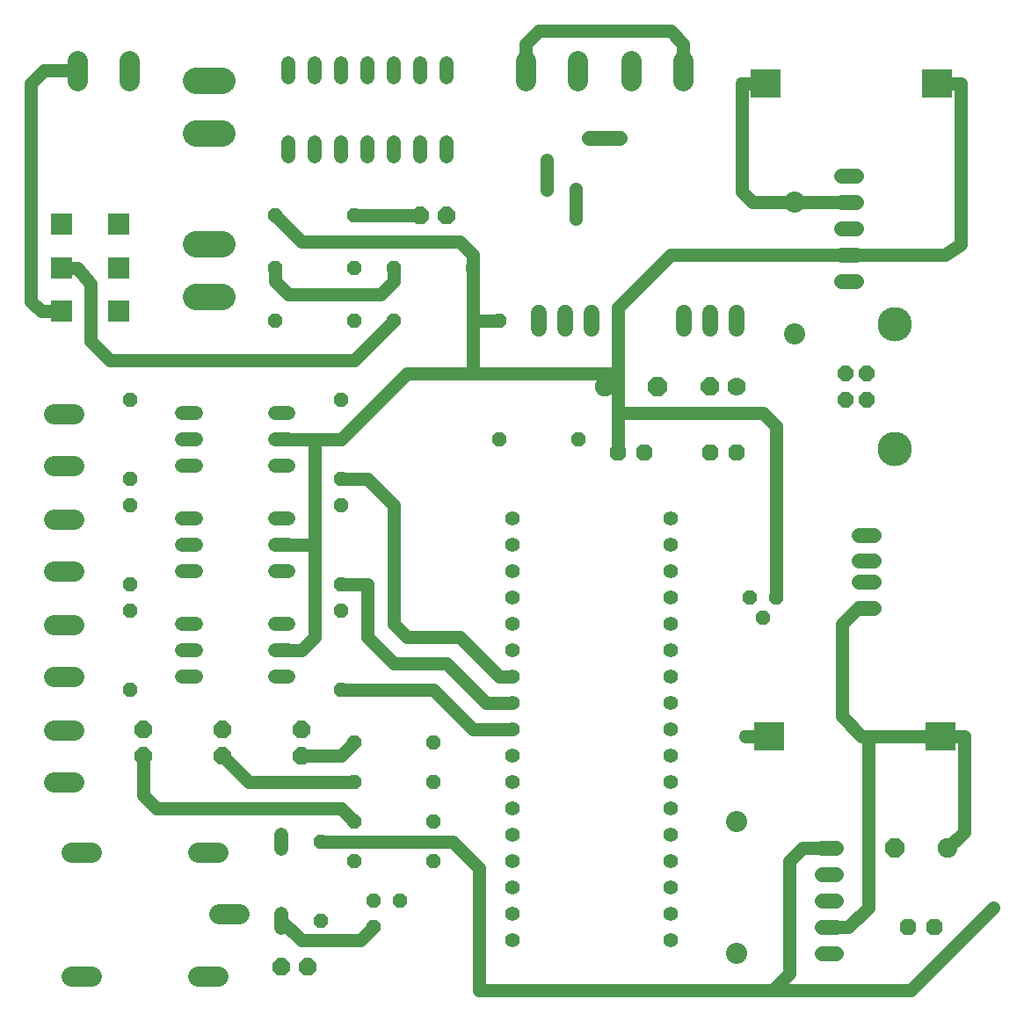
<source format=gbr>
G04 EAGLE Gerber X2 export*
%TF.Part,Single*%
%TF.FileFunction,Copper,L1,Top,Mixed*%
%TF.FilePolarity,Positive*%
%TF.GenerationSoftware,Autodesk,EAGLE,8.6.3*%
%TF.CreationDate,2019-08-01T17:55:06Z*%
G75*
%MOMM*%
%FSLAX34Y34*%
%LPD*%
%AMOC8*
5,1,8,0,0,1.08239X$1,22.5*%
G01*
%ADD10P,1.924489X8X202.500000*%
%ADD11C,1.778000*%
%ADD12P,1.732040X8X22.500000*%
%ADD13C,1.905000*%
%ADD14P,2.061953X8X202.500000*%
%ADD15P,2.061953X8X22.500000*%
%ADD16C,1.320800*%
%ADD17C,2.032000*%
%ADD18C,2.540000*%
%ADD19C,1.397000*%
%ADD20C,1.524000*%
%ADD21P,1.429621X8X202.500000*%
%ADD22C,1.981200*%
%ADD23R,2.920000X2.790000*%
%ADD24P,1.814519X8X112.500000*%
%ADD25C,1.408000*%
%ADD26P,1.429621X8X22.500000*%
%ADD27P,1.429621X8X112.500000*%
%ADD28P,1.429621X8X292.500000*%
%ADD29C,1.400000*%
%ADD30C,1.308000*%
%ADD31C,1.458000*%
%ADD32R,2.100000X2.100000*%
%ADD33P,1.578125X8X112.500000*%
%ADD34C,3.316000*%
%ADD35P,1.732040X8X202.500000*%
%ADD36P,1.814519X8X22.500000*%
%ADD37P,1.814519X8X202.500000*%
%ADD38C,1.270000*%
%ADD39C,1.275000*%
%ADD40C,1.056400*%


D10*
X685800Y609600D03*
D11*
X711200Y609600D03*
D12*
X685800Y546100D03*
X711200Y546100D03*
X596900Y546100D03*
X622300Y546100D03*
D13*
X914400Y165100D03*
D14*
X863600Y165100D03*
D13*
X584200Y609600D03*
D15*
X635000Y609600D03*
D16*
X273050Y178054D02*
X273050Y164846D01*
X273050Y101854D02*
X273050Y88646D01*
D17*
X711200Y190500D03*
X711200Y63500D03*
X767080Y787400D03*
X767080Y660400D03*
D18*
X215900Y904240D02*
X190500Y904240D01*
X190500Y695960D02*
X215900Y695960D01*
X215900Y746760D02*
X190500Y746760D01*
X190500Y853440D02*
X215900Y853440D01*
D16*
X279400Y844804D02*
X279400Y831596D01*
X304800Y831596D02*
X304800Y844804D01*
X431800Y844804D02*
X431800Y831596D01*
X431800Y907796D02*
X431800Y921004D01*
X330200Y844804D02*
X330200Y831596D01*
X355600Y831596D02*
X355600Y844804D01*
X406400Y844804D02*
X406400Y831596D01*
X381000Y831596D02*
X381000Y844804D01*
X406400Y907796D02*
X406400Y921004D01*
X381000Y921004D02*
X381000Y907796D01*
X355600Y907796D02*
X355600Y921004D01*
X330200Y921004D02*
X330200Y907796D01*
X304800Y907796D02*
X304800Y921004D01*
X279400Y921004D02*
X279400Y907796D01*
D19*
X793115Y165100D02*
X807085Y165100D01*
X807085Y139700D02*
X793115Y139700D01*
X793115Y114300D02*
X807085Y114300D01*
X807085Y88900D02*
X793115Y88900D01*
X793115Y63500D02*
X807085Y63500D01*
X812165Y812800D02*
X826135Y812800D01*
X826135Y787400D02*
X812165Y787400D01*
X812165Y762000D02*
X826135Y762000D01*
X826135Y736600D02*
X812165Y736600D01*
X812165Y711200D02*
X826135Y711200D01*
D20*
X660400Y680720D02*
X660400Y665480D01*
X685800Y665480D02*
X685800Y680720D01*
X711200Y680720D02*
X711200Y665480D01*
D21*
X749300Y406400D03*
X736600Y387350D03*
X723900Y406400D03*
D22*
X232156Y101600D02*
X212344Y101600D01*
X211836Y161290D02*
X192024Y161290D01*
X192024Y41910D02*
X211836Y41910D01*
X89916Y41910D02*
X70104Y41910D01*
X70104Y161290D02*
X89916Y161290D01*
D23*
X908050Y273050D03*
X742950Y273050D03*
X904240Y901700D03*
X739140Y901700D03*
D24*
X292100Y254000D03*
X292100Y279400D03*
X215900Y254000D03*
X215900Y279400D03*
X139700Y254000D03*
X139700Y279400D03*
D25*
X495300Y76200D03*
X495300Y101600D03*
X495300Y127000D03*
X495300Y152400D03*
X495300Y177800D03*
X495300Y203200D03*
X495300Y228600D03*
X495300Y254000D03*
X495300Y279400D03*
X495300Y304800D03*
X495300Y330200D03*
X495300Y355600D03*
X495300Y381000D03*
X495300Y406400D03*
X495300Y431800D03*
X495300Y457200D03*
X495300Y482600D03*
X647700Y76200D03*
X647700Y101600D03*
X647700Y127000D03*
X647700Y152400D03*
X647700Y177800D03*
X647700Y203200D03*
X647700Y228600D03*
X647700Y254000D03*
X647700Y279400D03*
X647700Y304800D03*
X647700Y330200D03*
X647700Y355600D03*
X647700Y381000D03*
X647700Y406400D03*
X647700Y431800D03*
X647700Y457200D03*
X647700Y482600D03*
D16*
X190500Y584200D02*
X177292Y584200D01*
X177292Y558800D02*
X190500Y558800D01*
X266700Y558800D02*
X279908Y558800D01*
X279908Y584200D02*
X266700Y584200D01*
X190500Y533400D02*
X177292Y533400D01*
X266700Y533400D02*
X279908Y533400D01*
X190500Y482600D02*
X177292Y482600D01*
X177292Y457200D02*
X190500Y457200D01*
X266700Y457200D02*
X279908Y457200D01*
X279908Y482600D02*
X266700Y482600D01*
X190500Y431800D02*
X177292Y431800D01*
X266700Y431800D02*
X279908Y431800D01*
X190500Y381000D02*
X177292Y381000D01*
X177292Y355600D02*
X190500Y355600D01*
X266700Y355600D02*
X279908Y355600D01*
X279908Y381000D02*
X266700Y381000D01*
X190500Y330200D02*
X177292Y330200D01*
X266700Y330200D02*
X279908Y330200D01*
D26*
X342900Y190500D03*
X419100Y190500D03*
D21*
X419100Y152400D03*
X342900Y152400D03*
D27*
X127000Y520700D03*
X127000Y596900D03*
D21*
X342900Y673100D03*
X266700Y673100D03*
D26*
X482600Y558800D03*
X558800Y558800D03*
D21*
X482600Y673100D03*
X381000Y673100D03*
D27*
X127000Y419100D03*
X127000Y495300D03*
X127000Y317500D03*
X127000Y393700D03*
D28*
X330200Y596900D03*
X330200Y520700D03*
X330200Y495300D03*
X330200Y419100D03*
X330200Y393700D03*
X330200Y317500D03*
D26*
X381000Y723900D03*
X457200Y723900D03*
D21*
X342900Y723900D03*
X266700Y723900D03*
D26*
X342900Y266700D03*
X419100Y266700D03*
X342900Y228600D03*
X419100Y228600D03*
D21*
X387350Y114300D03*
X361950Y114300D03*
X361950Y88900D03*
D20*
X520700Y665480D02*
X520700Y680720D01*
X546100Y680720D02*
X546100Y665480D01*
X571500Y665480D02*
X571500Y680720D01*
D29*
X585200Y849100D02*
X599200Y849100D01*
D30*
X528200Y828640D02*
X528200Y815560D01*
X556200Y800640D02*
X556200Y787560D01*
D29*
X569200Y849100D02*
X583200Y849100D01*
D30*
X528200Y812640D02*
X528200Y799560D01*
X556200Y784640D02*
X556200Y771560D01*
D22*
X126746Y904494D02*
X126746Y924306D01*
X76454Y924306D02*
X76454Y904494D01*
D31*
X829210Y421800D02*
X843790Y421800D01*
X843790Y441800D02*
X829210Y441800D01*
X829210Y396800D02*
X843790Y396800D01*
X843790Y466800D02*
X829210Y466800D01*
D22*
X73406Y533654D02*
X53594Y533654D01*
X53594Y583946D02*
X73406Y583946D01*
X73406Y330454D02*
X53594Y330454D01*
X53594Y380746D02*
X73406Y380746D01*
X73406Y432054D02*
X53594Y432054D01*
X53594Y482346D02*
X73406Y482346D01*
D32*
X116310Y766340D03*
X116310Y724340D03*
X116310Y682340D03*
X61310Y682340D03*
X61310Y724340D03*
X61310Y766340D03*
D33*
X816500Y622100D03*
X816500Y597100D03*
X836500Y597100D03*
X836500Y622100D03*
D34*
X863600Y549400D03*
X863600Y669800D03*
D22*
X73406Y228854D02*
X53594Y228854D01*
X53594Y279146D02*
X73406Y279146D01*
X660146Y904494D02*
X660146Y924306D01*
X609854Y924306D02*
X609854Y904494D01*
X558546Y904494D02*
X558546Y924306D01*
X508254Y924306D02*
X508254Y904494D01*
D35*
X901700Y88900D03*
X876300Y88900D03*
D21*
X342900Y774700D03*
X266700Y774700D03*
D36*
X406400Y774700D03*
X431800Y774700D03*
D27*
X311150Y95250D03*
X311150Y171450D03*
D37*
X298450Y50800D03*
X273050Y50800D03*
D38*
X63500Y583946D02*
X63246Y584200D01*
X508254Y914400D02*
X508254Y940054D01*
X520700Y952500D02*
X647700Y952500D01*
X660146Y940054D01*
X660146Y914400D01*
X520700Y952500D02*
X508254Y940054D01*
X61310Y682340D02*
X41560Y682340D01*
X31750Y692150D01*
X31750Y901700D02*
X44450Y914400D01*
X31750Y901700D02*
X31750Y692150D01*
X44450Y914400D02*
X76454Y914400D01*
X596900Y685800D02*
X596900Y622300D01*
X292100Y355600D02*
X266700Y355600D01*
X292100Y355600D02*
X304800Y368300D01*
X304800Y457200D01*
X304800Y558800D01*
X304800Y457200D02*
X266700Y457200D01*
X266700Y558800D02*
X304800Y558800D01*
X330200Y558800D01*
X393700Y622300D01*
X749300Y571500D02*
X749300Y406400D01*
X749300Y571500D02*
X736600Y584200D01*
X596900Y584200D01*
X904240Y901700D02*
X927100Y901700D01*
X457200Y622300D02*
X393700Y622300D01*
D39*
X927100Y901700D03*
D38*
X596900Y622300D02*
X457200Y622300D01*
X647700Y736600D02*
X819150Y736600D01*
X647700Y736600D02*
X596900Y685800D01*
X292100Y749300D02*
X266700Y774700D01*
X292100Y749300D02*
X444500Y749300D01*
X457200Y736600D01*
X457200Y723900D01*
X457200Y673100D01*
X457200Y622300D01*
X457200Y673100D02*
X482600Y673100D01*
X596900Y584200D02*
X596900Y546100D01*
X927100Y746760D02*
X927100Y901700D01*
X927100Y746760D02*
X911860Y736600D01*
X819150Y736600D01*
X596900Y622300D02*
X596900Y609600D01*
X596900Y584200D01*
X596900Y609600D02*
X584200Y609600D01*
X330200Y254000D02*
X292100Y254000D01*
X330200Y254000D02*
X342900Y266700D01*
X342900Y228600D02*
X241300Y228600D01*
X215900Y254000D01*
X139700Y254000D02*
X139700Y215900D01*
X330200Y203200D02*
X342900Y190500D01*
X330200Y203200D02*
X152400Y203200D01*
X139700Y215900D01*
X482600Y330200D02*
X495300Y330200D01*
X482600Y330200D02*
X444500Y368300D01*
X393700Y368300D01*
X381000Y381000D01*
X381000Y495300D01*
X355600Y520700D01*
X330200Y520700D01*
X469900Y304800D02*
X495300Y304800D01*
X381000Y342900D02*
X355600Y368300D01*
X355600Y419100D01*
X330200Y419100D01*
X431800Y342900D02*
X469900Y304800D01*
X431800Y342900D02*
X381000Y342900D01*
X457200Y279400D02*
X495300Y279400D01*
X457200Y279400D02*
X419100Y317500D01*
X330200Y317500D01*
X273050Y95250D02*
X292100Y76200D01*
X349250Y76200D01*
X361950Y88900D01*
X76200Y723900D02*
X61310Y724340D01*
X76200Y723900D02*
X88900Y709100D01*
X88900Y654050D01*
X107950Y635000D01*
X342900Y635000D01*
X381000Y673100D01*
X266700Y711200D02*
X266700Y723900D01*
X266700Y711200D02*
X279400Y698500D01*
X368300Y698500D01*
X381000Y711200D01*
X381000Y723900D01*
X720090Y273050D02*
X742950Y273050D01*
D39*
X720090Y273050D03*
D38*
X716280Y901700D02*
X739140Y901700D01*
D39*
X716280Y901700D03*
D38*
X767080Y787400D02*
X819150Y787400D01*
X767080Y787400D02*
X726440Y787400D01*
X716280Y797560D01*
X716280Y901700D01*
X812800Y292100D02*
X831850Y273050D01*
X812800Y292100D02*
X812800Y381000D01*
X828600Y396800D02*
X836500Y396800D01*
X828600Y396800D02*
X812800Y381000D01*
D39*
X930910Y273050D03*
D38*
X838200Y273050D02*
X831850Y273050D01*
X838200Y273050D02*
X908050Y273050D01*
X930910Y273050D01*
X930910Y180340D02*
X914400Y165100D01*
X930910Y180340D02*
X930910Y273050D01*
X819150Y88900D02*
X800100Y88900D01*
X819150Y88900D02*
X838200Y107950D01*
X838200Y273050D01*
X762000Y44450D02*
X745840Y28290D01*
X762000Y44450D02*
X762000Y152400D01*
X774700Y165100D01*
X800100Y165100D01*
X745840Y28290D02*
X463550Y28290D01*
X745840Y28290D02*
X879190Y28290D01*
D40*
X958850Y107950D03*
D38*
X879190Y28290D01*
X463550Y146050D02*
X438150Y171450D01*
X463550Y146050D02*
X463550Y28290D01*
X438150Y171450D02*
X311150Y171450D01*
X342900Y774700D02*
X406400Y774700D01*
M02*

</source>
